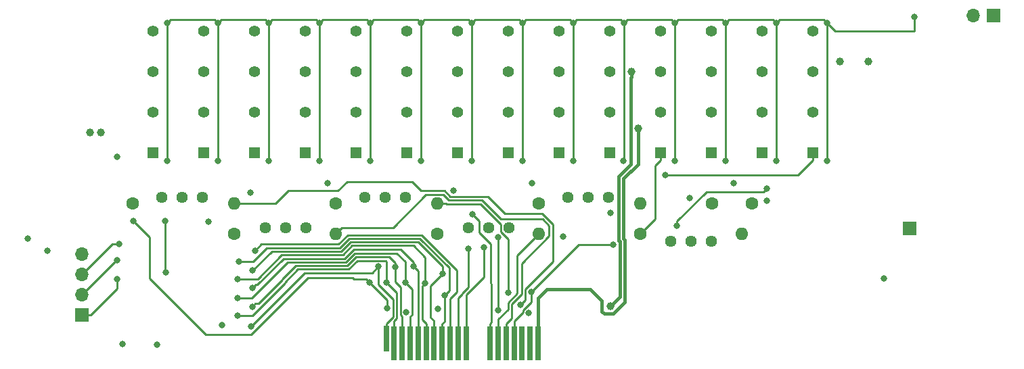
<source format=gbr>
G04 #@! TF.GenerationSoftware,KiCad,Pcbnew,(5.1.5)-3*
G04 #@! TF.CreationDate,2020-01-12T10:36:32-08:00*
G04 #@! TF.ProjectId,pin_driver,70696e5f-6472-4697-9665-722e6b696361,rev?*
G04 #@! TF.SameCoordinates,Original*
G04 #@! TF.FileFunction,Copper,L4,Bot*
G04 #@! TF.FilePolarity,Positive*
%FSLAX46Y46*%
G04 Gerber Fmt 4.6, Leading zero omitted, Abs format (unit mm)*
G04 Created by KiCad (PCBNEW (5.1.5)-3) date 2020-01-12 10:36:32*
%MOMM*%
%LPD*%
G04 APERTURE LIST*
%ADD10C,1.440000*%
%ADD11O,1.700000X1.700000*%
%ADD12R,1.700000X1.700000*%
%ADD13R,0.700000X4.300000*%
%ADD14R,0.700000X3.200000*%
%ADD15O,1.600000X1.600000*%
%ADD16C,1.600000*%
%ADD17R,1.400000X1.400000*%
%ADD18C,1.400000*%
%ADD19C,0.800000*%
%ADD20C,1.000000*%
%ADD21C,0.250000*%
%ADD22C,0.400000*%
G04 APERTURE END LIST*
D10*
X74041000Y-144653000D03*
X71501000Y-144653000D03*
X68961000Y-144653000D03*
X86995000Y-148463000D03*
X84455000Y-148463000D03*
X81915000Y-148463000D03*
X99441000Y-144653000D03*
X96901000Y-144653000D03*
X94361000Y-144653000D03*
X112395000Y-148463000D03*
X109855000Y-148463000D03*
X107315000Y-148463000D03*
X124841000Y-144653000D03*
X122301000Y-144653000D03*
X119761000Y-144653000D03*
X137668000Y-150114000D03*
X135128000Y-150114000D03*
X132588000Y-150114000D03*
D11*
X170410000Y-121850000D03*
D12*
X172950000Y-121850000D03*
D13*
X111000000Y-162900000D03*
X110000000Y-162900000D03*
X116000000Y-162900000D03*
X115000000Y-162900000D03*
X114000000Y-162900000D03*
X113000000Y-162900000D03*
X112000000Y-162900000D03*
X107000000Y-162900000D03*
X106000000Y-162900000D03*
X105000000Y-162900000D03*
X104000000Y-162900000D03*
X103000000Y-162900000D03*
X102000000Y-162900000D03*
X101000000Y-162900000D03*
X100000000Y-162900000D03*
X99000000Y-162900000D03*
X98000000Y-162900000D03*
D14*
X97000000Y-162350000D03*
D15*
X77978000Y-145415000D03*
D16*
X65278000Y-145415000D03*
D15*
X90678000Y-149225000D03*
D16*
X77978000Y-149225000D03*
D15*
X103378000Y-145415000D03*
D16*
X90678000Y-145415000D03*
D15*
X116078000Y-149225000D03*
D16*
X103378000Y-149225000D03*
D15*
X128778000Y-145415000D03*
D16*
X116078000Y-145415000D03*
D15*
X141478000Y-149225000D03*
D16*
X128778000Y-149225000D03*
D17*
X144018000Y-139065000D03*
D18*
X144018000Y-133985000D03*
X144018000Y-128905000D03*
X144018000Y-123825000D03*
D17*
X67818000Y-139065000D03*
D18*
X67818000Y-133985000D03*
X67818000Y-128905000D03*
X67818000Y-123825000D03*
D17*
X80518000Y-139065000D03*
D18*
X80518000Y-133985000D03*
X80518000Y-128905000D03*
X80518000Y-123825000D03*
D17*
X93218000Y-139065000D03*
D18*
X93218000Y-133985000D03*
X93218000Y-128905000D03*
X93218000Y-123825000D03*
D17*
X105918000Y-139065000D03*
D18*
X105918000Y-133985000D03*
X105918000Y-128905000D03*
X105918000Y-123825000D03*
D17*
X118618000Y-139065000D03*
D18*
X118618000Y-133985000D03*
X118618000Y-128905000D03*
X118618000Y-123825000D03*
D17*
X131318000Y-139065000D03*
D18*
X131318000Y-133985000D03*
X131318000Y-128905000D03*
X131318000Y-123825000D03*
D17*
X150368000Y-139065000D03*
D18*
X150368000Y-133985000D03*
X150368000Y-128905000D03*
X150368000Y-123825000D03*
D17*
X74168000Y-139065000D03*
D18*
X74168000Y-133985000D03*
X74168000Y-128905000D03*
X74168000Y-123825000D03*
D17*
X86868000Y-139065000D03*
D18*
X86868000Y-133985000D03*
X86868000Y-128905000D03*
X86868000Y-123825000D03*
D17*
X99568000Y-139065000D03*
D18*
X99568000Y-133985000D03*
X99568000Y-128905000D03*
X99568000Y-123825000D03*
D17*
X112268000Y-139065000D03*
D18*
X112268000Y-133985000D03*
X112268000Y-128905000D03*
X112268000Y-123825000D03*
D17*
X124968000Y-139065000D03*
D18*
X124968000Y-133985000D03*
X124968000Y-128905000D03*
X124968000Y-123825000D03*
D17*
X137668000Y-139065000D03*
D18*
X137668000Y-133985000D03*
X137668000Y-128905000D03*
X137668000Y-123825000D03*
D12*
X162483800Y-148513800D03*
D11*
X58928000Y-151765000D03*
X58928000Y-154305000D03*
X58928000Y-156845000D03*
D12*
X58928000Y-159385000D03*
D16*
X137748000Y-145415000D03*
X142748000Y-145415000D03*
D19*
X52146200Y-149783800D03*
X54635400Y-151333200D03*
X63373000Y-139547600D03*
X68351400Y-163068000D03*
X74752200Y-147701000D03*
X119100600Y-149555200D03*
X115214400Y-142875000D03*
X89712800Y-142900400D03*
X140436600Y-142849600D03*
X144653000Y-145059400D03*
X159258000Y-154813000D03*
X134950200Y-144754600D03*
X76479400Y-160680400D03*
X99500000Y-159000000D03*
X103450000Y-158650000D03*
X114850000Y-159150000D03*
X80035400Y-144018000D03*
X105410000Y-143840200D03*
X125044200Y-146583400D03*
X63982600Y-162991800D03*
X144602200Y-143586200D03*
X125438033Y-150570883D03*
X115150000Y-156475131D03*
X133400800Y-148209000D03*
X113800000Y-158100000D03*
X112252557Y-156575006D03*
X96050000Y-153300000D03*
X80128856Y-160780824D03*
X97050000Y-155350000D03*
X78450000Y-159450000D03*
X98100000Y-153400000D03*
X80250000Y-158350000D03*
X99400000Y-155349998D03*
X78450000Y-157250002D03*
X100400000Y-153300000D03*
X80300000Y-156000000D03*
X101900000Y-155400000D03*
X78450000Y-154850000D03*
X104050000Y-154250000D03*
X80300000Y-153800000D03*
X78600000Y-152650000D03*
X104300000Y-156900000D03*
X80582545Y-151322577D03*
X107315416Y-151074891D03*
X109228040Y-150889810D03*
D20*
X157353000Y-127635000D03*
X59918600Y-136525000D03*
X128535010Y-136016055D03*
X153746200Y-127609600D03*
X61315600Y-136550400D03*
X125069600Y-158242000D03*
X127660400Y-128905000D03*
D19*
X94900000Y-155300000D03*
X97149967Y-158500000D03*
X65405000Y-147574000D03*
X63627000Y-150520400D03*
X63300000Y-152550000D03*
X63350000Y-154850000D03*
X69367400Y-147650200D03*
X69418200Y-154076400D03*
X111041869Y-149681791D03*
X111048800Y-158800800D03*
X163068000Y-122047000D03*
X152146000Y-122809000D03*
X152146000Y-140081000D03*
X145796000Y-122809000D03*
X145796000Y-140081000D03*
X139446000Y-122809000D03*
X139446000Y-140081000D03*
X133096000Y-122809000D03*
X126746000Y-122809000D03*
X120396000Y-122809000D03*
X114046000Y-122809000D03*
X107696000Y-122809000D03*
X101346000Y-122809000D03*
X94996000Y-122809000D03*
X88646000Y-122809000D03*
X82296000Y-122809000D03*
X75946000Y-122809000D03*
X69596000Y-122809000D03*
X69596000Y-140081000D03*
X75946000Y-140081000D03*
X82296000Y-140081000D03*
X88646000Y-140081000D03*
X94996000Y-140081000D03*
X101346000Y-140081000D03*
X107696000Y-140081000D03*
X114046000Y-140081000D03*
X120396000Y-140081000D03*
X133096000Y-140081000D03*
X126657190Y-140072585D03*
X107800000Y-146800000D03*
X131953000Y-141833600D03*
D21*
X144602200Y-143586200D02*
X144195800Y-143992600D01*
X137051515Y-143992600D02*
X133400800Y-147643315D01*
X133400800Y-147643315D02*
X133400800Y-148209000D01*
X144195800Y-143992600D02*
X137051515Y-143992600D01*
X125438033Y-150570883D02*
X121054248Y-150570883D01*
X121054248Y-150570883D02*
X115150000Y-156475131D01*
X115150000Y-157776998D02*
X115150000Y-156475131D01*
X114124999Y-159051999D02*
X114124999Y-158801999D01*
X114124999Y-158801999D02*
X115150000Y-157776998D01*
X113000000Y-160176998D02*
X114124999Y-159051999D01*
X113000000Y-162900000D02*
X113000000Y-160176998D01*
X117890557Y-152686439D02*
X114424998Y-156151998D01*
X101396800Y-143814800D02*
X104286198Y-143814800D01*
X77978000Y-145415000D02*
X83159600Y-145415000D01*
X100253800Y-142671800D02*
X101396800Y-143814800D01*
X117890557Y-148065757D02*
X117890557Y-152686439D01*
X109741801Y-144565201D02*
X111861600Y-146685000D01*
X104286198Y-143814800D02*
X105036599Y-144565201D01*
X116509800Y-146685000D02*
X117890557Y-148065757D01*
X114424998Y-156151998D02*
X114424998Y-157475002D01*
X84734612Y-143839988D02*
X90932212Y-143839988D01*
X111861600Y-146685000D02*
X116509800Y-146685000D01*
X114424998Y-157475002D02*
X113800000Y-158100000D01*
X90932212Y-143839988D02*
X92100400Y-142671800D01*
X105036599Y-144565201D02*
X109741801Y-144565201D01*
X83159600Y-145415000D02*
X84734612Y-143839988D01*
X92100400Y-142671800D02*
X100253800Y-142671800D01*
X111349999Y-148027599D02*
X111349999Y-148964601D01*
X111349999Y-148964601D02*
X112252557Y-149867159D01*
X104509370Y-145415000D02*
X104559593Y-145465223D01*
X112252557Y-149867159D02*
X112252557Y-156575006D01*
X103378000Y-145415000D02*
X104509370Y-145415000D01*
X108787623Y-145465223D02*
X111349999Y-148027599D01*
X104559593Y-145465223D02*
X108787623Y-145465223D01*
X113374976Y-151928024D02*
X115278001Y-150024999D01*
X111000000Y-162900000D02*
X111000000Y-159922604D01*
X111000000Y-159922604D02*
X112249989Y-158672615D01*
X115278001Y-150024999D02*
X116078000Y-149225000D01*
X112249989Y-158672615D02*
X112249989Y-157813600D01*
X113374976Y-156688614D02*
X113374976Y-151928024D01*
X112249989Y-157813600D02*
X113374976Y-156688614D01*
X117399588Y-148211198D02*
X116559190Y-147370800D01*
X104124986Y-144289999D02*
X101988401Y-144289999D01*
X111329611Y-147370800D02*
X108974023Y-145015212D01*
X113974987Y-156725013D02*
X113974987Y-152926803D01*
X117399588Y-149502202D02*
X117399588Y-148211198D01*
X104850199Y-145015212D02*
X104124986Y-144289999D01*
X97853399Y-148425001D02*
X91477999Y-148425001D01*
X108974023Y-145015212D02*
X104850199Y-145015212D01*
X116559190Y-147370800D02*
X111329611Y-147370800D01*
X112700000Y-159800000D02*
X112700000Y-158000000D01*
X91477999Y-148425001D02*
X90678000Y-149225000D01*
X113974987Y-152926803D02*
X117399588Y-149502202D01*
X112000000Y-162900000D02*
X112000000Y-160500000D01*
X112700000Y-158000000D02*
X113974987Y-156725013D01*
X112000000Y-160500000D02*
X112700000Y-159800000D01*
X101988401Y-144289999D02*
X97853399Y-148425001D01*
X97000000Y-162350000D02*
X97000000Y-160500000D01*
X97000000Y-160500000D02*
X97874977Y-159625023D01*
X96050000Y-155573004D02*
X96050000Y-153300000D01*
X97874977Y-157397981D02*
X96050000Y-155573004D01*
X97874977Y-159625023D02*
X97874977Y-157397981D01*
X95241011Y-154108989D02*
X86800691Y-154108989D01*
X86800691Y-154108989D02*
X80128856Y-160780824D01*
X96050000Y-153300000D02*
X95241011Y-154108989D01*
X98000000Y-162900000D02*
X98000000Y-160136410D01*
X98324988Y-159811422D02*
X98324988Y-156624988D01*
X98324988Y-156624988D02*
X97050000Y-155350000D01*
X98000000Y-160136410D02*
X98324988Y-159811422D01*
X84316980Y-155406025D02*
X80273005Y-159450000D01*
X97050000Y-152650000D02*
X96974998Y-152574998D01*
X80273005Y-159450000D02*
X78450000Y-159450000D01*
X96974998Y-152574998D02*
X93421180Y-152574998D01*
X97050000Y-155350000D02*
X97050000Y-152650000D01*
X84316980Y-155329199D02*
X84316980Y-155406025D01*
X92337200Y-153658978D02*
X85987201Y-153658978D01*
X85987201Y-153658978D02*
X84316980Y-155329199D01*
X93421180Y-152574998D02*
X92337200Y-153658978D01*
X99000000Y-162900000D02*
X99000000Y-159573002D01*
X98774999Y-155898003D02*
X98100000Y-155223004D01*
X98100000Y-155223004D02*
X98100000Y-153400000D01*
X98774999Y-159348001D02*
X98774999Y-155898003D01*
X99000000Y-159573002D02*
X98774999Y-159348001D01*
X92150800Y-153208967D02*
X85673801Y-153208967D01*
X85673801Y-153208967D02*
X83993969Y-154888799D01*
X83993969Y-155015799D02*
X81059767Y-157950001D01*
X97390672Y-152124987D02*
X93234780Y-152124987D01*
X98100000Y-152834315D02*
X97390672Y-152124987D01*
X80649999Y-157950001D02*
X80250000Y-158350000D01*
X98100000Y-153400000D02*
X98100000Y-152834315D01*
X81059767Y-157950001D02*
X80649999Y-157950001D01*
X83993969Y-154888799D02*
X83993969Y-155015799D01*
X93234780Y-152124987D02*
X92150800Y-153208967D01*
X100225001Y-156174999D02*
X99400000Y-155349998D01*
X100225001Y-159348001D02*
X100225001Y-156174999D01*
X100000000Y-159573002D02*
X100225001Y-159348001D01*
X100000000Y-162900000D02*
X100000000Y-159573002D01*
X80173000Y-157250002D02*
X78450000Y-157250002D01*
X91964400Y-152758956D02*
X84664046Y-152758956D01*
X99400000Y-155349998D02*
X99400000Y-152727178D01*
X84664046Y-152758956D02*
X80173000Y-157250002D01*
X99400000Y-152727178D02*
X98347798Y-151674976D01*
X98347798Y-151674976D02*
X93048380Y-151674976D01*
X93048380Y-151674976D02*
X91964400Y-152758956D01*
X101000000Y-153900000D02*
X100400000Y-153300000D01*
X101000000Y-162900000D02*
X101000000Y-153900000D01*
X100400000Y-153300000D02*
X100400000Y-152734315D01*
X84133918Y-152308945D02*
X80842862Y-155600001D01*
X80842862Y-155600001D02*
X80699999Y-155600001D01*
X100400000Y-152734315D02*
X98815652Y-151149967D01*
X91778001Y-152308945D02*
X84133918Y-152308945D01*
X92936979Y-151149967D02*
X91778001Y-152308945D01*
X80699999Y-155600001D02*
X80300000Y-156000000D01*
X98815652Y-151149967D02*
X92936979Y-151149967D01*
X102000000Y-160500000D02*
X101500001Y-160000001D01*
X102000000Y-162900000D02*
X102000000Y-160500000D01*
X101500001Y-155799999D02*
X101900000Y-155400000D01*
X101500001Y-160000001D02*
X101500001Y-155799999D01*
X80956452Y-154850000D02*
X78450000Y-154850000D01*
X101900000Y-152163589D02*
X100436367Y-150699956D01*
X83947518Y-151858934D02*
X80956452Y-154850000D01*
X91591600Y-151858934D02*
X83947518Y-151858934D01*
X100436367Y-150699956D02*
X92750578Y-150699956D01*
X92750578Y-150699956D02*
X91591600Y-151858934D01*
X101900000Y-155400000D02*
X101900000Y-152163589D01*
X103000000Y-162900000D02*
X103000000Y-160123002D01*
X103000000Y-160123002D02*
X102524999Y-159648001D01*
X102524999Y-155775001D02*
X104050000Y-154250000D01*
X102524999Y-159648001D02*
X102524999Y-155775001D01*
X82691077Y-151408923D02*
X80300000Y-153800000D01*
X101027125Y-150249945D02*
X92564178Y-150249945D01*
X104050000Y-154250000D02*
X104050000Y-153272820D01*
X91405200Y-151408923D02*
X82691077Y-151408923D01*
X92564178Y-150249945D02*
X91405200Y-151408923D01*
X104050000Y-153272820D02*
X101027125Y-150249945D01*
X104000000Y-162900000D02*
X104000000Y-160500000D01*
X104000000Y-160500000D02*
X104300000Y-160200000D01*
X104300000Y-160200000D02*
X104300000Y-156900000D01*
X101213525Y-149799934D02*
X104875002Y-153461412D01*
X82014092Y-150958912D02*
X91218800Y-150958912D01*
X104875002Y-153461412D02*
X104875002Y-156324998D01*
X80323004Y-152650000D02*
X82014092Y-150958912D01*
X104875002Y-156324998D02*
X104300000Y-156900000D01*
X92377778Y-149799934D02*
X101213525Y-149799934D01*
X91218800Y-150958912D02*
X92377778Y-149799934D01*
X78600000Y-152650000D02*
X80323004Y-152650000D01*
X101399925Y-149349923D02*
X92191378Y-149349923D01*
X92191378Y-149349923D02*
X91032400Y-150508901D01*
X91032400Y-150508901D02*
X81396221Y-150508901D01*
X81396221Y-150508901D02*
X80582545Y-151322577D01*
X105000000Y-157373004D02*
X105871672Y-156501332D01*
X105871672Y-153821672D02*
X101399925Y-149349923D01*
X105871672Y-156501332D02*
X105871672Y-153821672D01*
X105000000Y-162900000D02*
X105000000Y-157373004D01*
X106549989Y-156750011D02*
X106549989Y-156663600D01*
X107315416Y-155898173D02*
X107315416Y-151074891D01*
X106549989Y-156663600D02*
X107315416Y-155898173D01*
X106000000Y-157300000D02*
X106549989Y-156750011D01*
X106000000Y-162900000D02*
X106000000Y-157300000D01*
X107000000Y-156850000D02*
X109228040Y-154621960D01*
X107000000Y-162900000D02*
X107000000Y-156850000D01*
X109228040Y-154621960D02*
X109228040Y-150889810D01*
D22*
X116000000Y-157250000D02*
X117100000Y-156150000D01*
X117100000Y-156150000D02*
X122550000Y-156150000D01*
X116000000Y-162900000D02*
X116000000Y-157250000D01*
X126838042Y-149938360D02*
X126685611Y-149785929D01*
X124000000Y-158950000D02*
X124300000Y-159250000D01*
X124300000Y-159250000D02*
X125393602Y-159250000D01*
X125393602Y-159250000D02*
X126838042Y-157805560D01*
X124000000Y-157600000D02*
X124000000Y-158950000D01*
X122550000Y-156150000D02*
X124000000Y-157600000D01*
X126838042Y-157805560D02*
X126838042Y-149938360D01*
X128535010Y-140461332D02*
X128535010Y-136016055D01*
X126685611Y-149785929D02*
X126685611Y-142310731D01*
X126685611Y-142310731D02*
X128535010Y-140461332D01*
X127635000Y-129637506D02*
X127660400Y-129612106D01*
X127660400Y-129612106D02*
X127660400Y-128905000D01*
X126085600Y-150034448D02*
X126085600Y-142062200D01*
X127635000Y-140512800D02*
X127635000Y-129637506D01*
X126238034Y-157073566D02*
X126238034Y-150186882D01*
X125069600Y-158242000D02*
X126238034Y-157073566D01*
X126238034Y-150186882D02*
X126085600Y-150034448D01*
X126085600Y-142062200D02*
X127635000Y-140512800D01*
D21*
X97149967Y-157549967D02*
X97149967Y-158500000D01*
X94900000Y-155300000D02*
X97149967Y-157549967D01*
X94500001Y-154900001D02*
X93003999Y-154900001D01*
X94900000Y-155300000D02*
X94500001Y-154900001D01*
X93003999Y-154900001D02*
X92789998Y-154686000D01*
X92789998Y-154686000D02*
X87249000Y-154686000D01*
X87249000Y-154686000D02*
X80137000Y-161798000D01*
X80137000Y-161798000D02*
X74422000Y-161798000D01*
X74422000Y-161798000D02*
X67437000Y-154813000D01*
X67437000Y-154813000D02*
X67437000Y-149606000D01*
X67437000Y-149606000D02*
X65405000Y-147574000D01*
X62712600Y-150520400D02*
X63627000Y-150520400D01*
X58928000Y-154305000D02*
X62712600Y-150520400D01*
X63223000Y-152550000D02*
X63300000Y-152550000D01*
X58928000Y-156845000D02*
X63223000Y-152550000D01*
X58928000Y-159385000D02*
X60028000Y-159385000D01*
X63350000Y-156063000D02*
X63350000Y-154850000D01*
X60028000Y-159385000D02*
X63350000Y-156063000D01*
X69367400Y-147650200D02*
X69367400Y-154025600D01*
X69367400Y-154025600D02*
X69418200Y-154076400D01*
X111041869Y-158793869D02*
X111048800Y-158800800D01*
X111041869Y-149681791D02*
X111041869Y-158793869D01*
X111048800Y-158235115D02*
X111048800Y-158800800D01*
X111048800Y-158210094D02*
X111048800Y-158235115D01*
X163068000Y-123825000D02*
X163068000Y-122047000D01*
X163068000Y-123825000D02*
X153162000Y-123825000D01*
X153162000Y-123825000D02*
X152146000Y-122809000D01*
X152146000Y-122809000D02*
X152146000Y-140081000D01*
X152146000Y-122809000D02*
X151746001Y-122409001D01*
X146195999Y-122409001D02*
X145796000Y-122809000D01*
X151746001Y-122409001D02*
X146195999Y-122409001D01*
X145796000Y-122809000D02*
X145796000Y-140081000D01*
X145796000Y-122809000D02*
X145396001Y-122409001D01*
X139845999Y-122409001D02*
X139446000Y-122809000D01*
X145396001Y-122409001D02*
X139845999Y-122409001D01*
X139446000Y-122809000D02*
X139446000Y-140081000D01*
X133495999Y-122409001D02*
X133096000Y-122809000D01*
X139446000Y-122809000D02*
X139046001Y-122409001D01*
X139046001Y-122409001D02*
X133495999Y-122409001D01*
X127145999Y-122409001D02*
X126746000Y-122809000D01*
X133096000Y-122809000D02*
X132696001Y-122409001D01*
X132696001Y-122409001D02*
X127145999Y-122409001D01*
X120795999Y-122409001D02*
X120396000Y-122809000D01*
X126746000Y-122809000D02*
X126346001Y-122409001D01*
X126346001Y-122409001D02*
X120795999Y-122409001D01*
X114445999Y-122409001D02*
X114046000Y-122809000D01*
X120396000Y-122809000D02*
X119996001Y-122409001D01*
X119996001Y-122409001D02*
X114445999Y-122409001D01*
X108095999Y-122409001D02*
X107696000Y-122809000D01*
X114046000Y-122809000D02*
X113646001Y-122409001D01*
X113646001Y-122409001D02*
X108095999Y-122409001D01*
X101745999Y-122409001D02*
X101346000Y-122809000D01*
X107696000Y-122809000D02*
X107296001Y-122409001D01*
X107296001Y-122409001D02*
X101745999Y-122409001D01*
X95395999Y-122409001D02*
X94996000Y-122809000D01*
X101346000Y-122809000D02*
X100946001Y-122409001D01*
X100946001Y-122409001D02*
X95395999Y-122409001D01*
X89045999Y-122409001D02*
X88646000Y-122809000D01*
X94996000Y-122809000D02*
X94596001Y-122409001D01*
X94596001Y-122409001D02*
X89045999Y-122409001D01*
X82695999Y-122409001D02*
X82296000Y-122809000D01*
X88646000Y-122809000D02*
X88246001Y-122409001D01*
X88246001Y-122409001D02*
X82695999Y-122409001D01*
X82296000Y-122809000D02*
X81896001Y-122409001D01*
X76345999Y-122409001D02*
X75946000Y-122809000D01*
X81896001Y-122409001D02*
X76345999Y-122409001D01*
X75946000Y-122809000D02*
X75546001Y-122409001D01*
X69995999Y-122409001D02*
X69596000Y-122809000D01*
X75546001Y-122409001D02*
X69995999Y-122409001D01*
X69596000Y-122809000D02*
X69596000Y-140081000D01*
X75946000Y-122809000D02*
X75946000Y-140081000D01*
X82296000Y-122809000D02*
X82296000Y-140081000D01*
X88646000Y-122809000D02*
X88646000Y-140081000D01*
X94996000Y-122809000D02*
X94996000Y-140081000D01*
X101346000Y-122809000D02*
X101346000Y-140081000D01*
X107696000Y-122809000D02*
X107696000Y-140081000D01*
X114046000Y-122809000D02*
X114046000Y-140081000D01*
X120396000Y-122809000D02*
X120396000Y-140081000D01*
X133096000Y-122809000D02*
X133096000Y-140081000D01*
X126746000Y-122809000D02*
X126746000Y-139983775D01*
X126746000Y-139983775D02*
X126657190Y-140072585D01*
X110000000Y-160500000D02*
X110150000Y-160350000D01*
X110000000Y-162900000D02*
X110000000Y-160500000D01*
X108604900Y-149041700D02*
X110058200Y-150495000D01*
X108604900Y-147604900D02*
X108604900Y-149041700D01*
X108604900Y-147604900D02*
X107800000Y-146800000D01*
X110150000Y-160350000D02*
X110058200Y-150495000D01*
X150368000Y-140015000D02*
X150368000Y-139065000D01*
X148549400Y-141833600D02*
X150368000Y-140015000D01*
X131953000Y-141833600D02*
X148549400Y-141833600D01*
X131318000Y-140015000D02*
X130632200Y-140700800D01*
X131318000Y-139065000D02*
X131318000Y-140015000D01*
X130632200Y-147370800D02*
X128778000Y-149225000D01*
X130632200Y-140700800D02*
X130632200Y-147370800D01*
M02*

</source>
